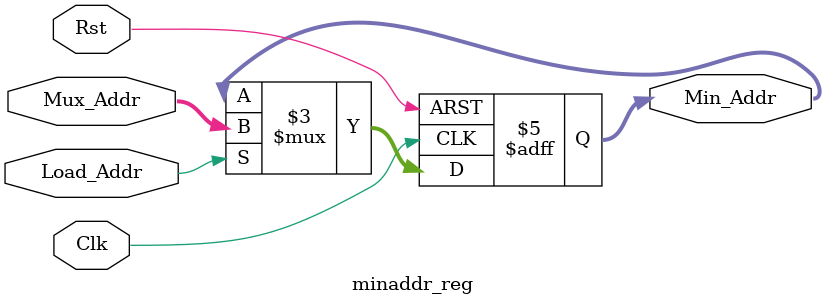
<source format=sv>
`timescale 1ns / 1ps

module minaddr_reg (
  // Clk + Reset
  input   logic         Clk,
  input   logic         Rst,
  // Control Flag From Comparator
  input   logic         Load_Addr,
  // Data From Mux
  input   logic [7:0]   Mux_Addr,
  // Data To Address Mux
  output  logic [7:0]   Min_Addr
);

////////////////////////////////////////////////////////////////
///////////////////////   Module Logic   ///////////////////////
////////////////////////////////////////////////////////////////

// Min Addr Register
always_ff @(posedge Clk or posedge Rst) begin
  if (Rst) begin
    Min_Addr  <= '0;
  end
  else begin
    if (Load_Addr) begin
      Min_Addr <= Mux_Addr;
    end
    else begin
      Min_Addr <= Min_Addr;
    end
  end
end

////////////////////////////////////////////////////////////////
//////////////////   Instantiation Template   //////////////////
////////////////////////////////////////////////////////////////
/*
minaddr_reg minaddr_reg (
  .Clk(),
  .Rst(),
  .Load_Addr(),
  .Mux_Addr(),
  .Min_Addr()
);
*/
endmodule
</source>
